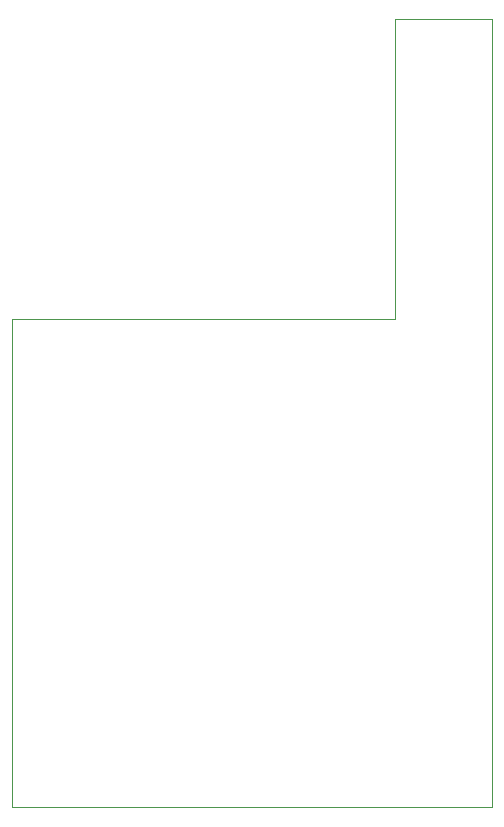
<source format=gbr>
%TF.GenerationSoftware,KiCad,Pcbnew,8.0.8-8.0.8-0~ubuntu24.04.1*%
%TF.CreationDate,2025-02-10T11:28:01-08:00*%
%TF.ProjectId,mem_ext_board,6d656d5f-6578-4745-9f62-6f6172642e6b,rev?*%
%TF.SameCoordinates,Original*%
%TF.FileFunction,Profile,NP*%
%FSLAX46Y46*%
G04 Gerber Fmt 4.6, Leading zero omitted, Abs format (unit mm)*
G04 Created by KiCad (PCBNEW 8.0.8-8.0.8-0~ubuntu24.04.1) date 2025-02-10 11:28:01*
%MOMM*%
%LPD*%
G01*
G04 APERTURE LIST*
%TA.AperFunction,Profile*%
%ADD10C,0.050000*%
%TD*%
G04 APERTURE END LIST*
D10*
X165516547Y-73660000D02*
X165516547Y-48260000D01*
X173771547Y-48260000D02*
X173771547Y-114935000D01*
X165516547Y-48260000D02*
X173771547Y-48260000D01*
X165516547Y-73660000D02*
X133131547Y-73660000D01*
X173771547Y-114935000D02*
X133131547Y-114935000D01*
X133131547Y-73660000D02*
X133131547Y-114935000D01*
M02*

</source>
